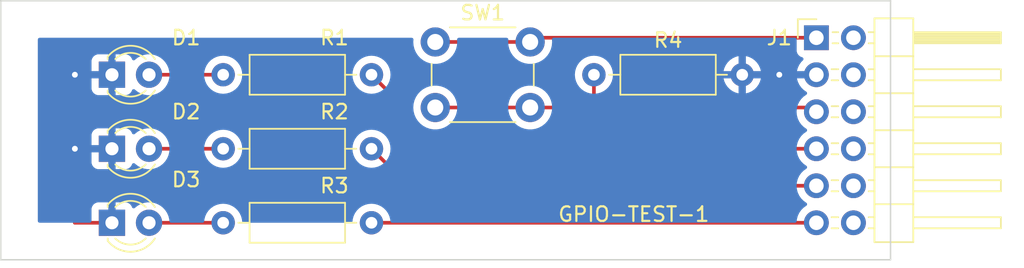
<source format=kicad_pcb>
(kicad_pcb (version 20221018) (generator pcbnew)
  (layers (0 "F.Cu" signal) (31 "B.Cu" signal) (34 "B.Paste" user) (35 "F.Paste" user) (36 "B.SilkS" user "B.Silkscreen") (37 "F.SilkS" user "F.Silkscreen") (38 "B.Mask" user) (39 "F.Mask" user) (44 "Edge.Cuts" user))
  (net 0 "")
  (net 1 "GND")
  (net 2 "Net-(D1-A)")
  (net 3 "Net-(D2-A)")
  (net 4 "Net-(D3-A)")
  (net 5 "Net-(J1-Pin_1)")
  (net 7 "Net-(J1-Pin_9)")
  (net 9 "Net-(J1-Pin_5)")
  (net 11 "Net-(J1-Pin_7)")
  (net 14 "Net-(J1-Pin_11)")
  (footprint "Button_Switch_THT:SW_PUSH_6mm_H4.3mm" (layer "F.Cu") (at 108.51 58.71)
    (fp_text reference "SW1" (at 3.25 -2) (layer "F.SilkS"))
    (fp_text value "SW_Push")
    (fp_line (start -0.25 1.5) (end -0.25 3) (stroke (width 0.12)) (layer "F.SilkS"))
    (fp_line (start 1 5.5) (end 5.5 5.5) (stroke (width 0.12)) (layer "F.SilkS"))
    (fp_line (start 5.5 -1) (end 1 -1) (stroke (width 0.12)) (layer "F.SilkS"))
    (fp_line (start 6.75 3) (end 6.75 1.5) (stroke (width 0.12)) (layer "F.SilkS"))
    (pad "1" thru_hole circle (at 0 0 90) (size 2 2) (drill 1.1) (layers "*.Cu" "*.Mask") (net 5 "Net-(J1-Pin_1)"))
    (pad "1" thru_hole circle (at 6.5 0 90) (size 2 2) (drill 1.1) (layers "*.Cu" "*.Mask") (net 5 "Net-(J1-Pin_1)"))
    (pad "2" thru_hole circle (at 0 4.5 90) (size 2 2) (drill 1.1) (layers "*.Cu" "*.Mask") (net 9 "Net-(J1-Pin_5)"))
    (pad "2" thru_hole circle (at 6.5 4.5 90) (size 2 2) (drill 1.1) (layers "*.Cu" "*.Mask") (net 9 "Net-(J1-Pin_5)"))
  )
  (footprint "Resistor_THT:R_Axial_DIN0207_L6.3mm_D2.5mm_P10.16mm_Horizontal" (layer "F.Cu") (at 104.14 60.96 180)
    (fp_text reference "R1" (at 2.54 2.54) (layer "F.SilkS"))
    (fp_text value "1k")
    (fp_line (start 1.04 0) (end 1.81 0) (stroke (width 0.12)) (layer "F.SilkS"))
    (fp_line (start 1.81 -1.37) (end 1.81 1.37) (stroke (width 0.12)) (layer "F.SilkS"))
    (fp_line (start 1.81 1.37) (end 8.35 1.37) (stroke (width 0.12)) (layer "F.SilkS"))
    (fp_line (start 8.35 -1.37) (end 1.81 -1.37) (stroke (width 0.12)) (layer "F.SilkS"))
    (fp_line (start 8.35 1.37) (end 8.35 -1.37) (stroke (width 0.12)) (layer "F.SilkS"))
    (fp_line (start 9.12 0) (end 8.35 0) (stroke (width 0.12)) (layer "F.SilkS"))
    (pad "1" thru_hole circle (at 0 0 180) (size 1.6 1.6) (drill 0.8) (layers "*.Cu" "*.Mask") (net 11 "Net-(J1-Pin_7)"))
    (pad "2" thru_hole oval (at 10.16 0 180) (size 1.6 1.6) (drill 0.8) (layers "*.Cu" "*.Mask") (net 2 "Net-(D1-A)"))
  )
  (footprint "Resistor_THT:R_Axial_DIN0207_L6.3mm_D2.5mm_P10.16mm_Horizontal" (layer "F.Cu") (at 119.38 60.96)
    (fp_text reference "R4" (at 5.08 -2.37) (layer "F.SilkS"))
    (fp_text value "1k")
    (fp_line (start 1.04 0) (end 1.81 0) (stroke (width 0.12)) (layer "F.SilkS"))
    (fp_line (start 1.81 -1.37) (end 1.81 1.37) (stroke (width 0.12)) (layer "F.SilkS"))
    (fp_line (start 1.81 1.37) (end 8.35 1.37) (stroke (width 0.12)) (layer "F.SilkS"))
    (fp_line (start 8.35 -1.37) (end 1.81 -1.37) (stroke (width 0.12)) (layer "F.SilkS"))
    (fp_line (start 8.35 1.37) (end 8.35 -1.37) (stroke (width 0.12)) (layer "F.SilkS"))
    (fp_line (start 9.12 0) (end 8.35 0) (stroke (width 0.12)) (layer "F.SilkS"))
    (pad "1" thru_hole circle (at 0 0) (size 1.6 1.6) (drill 0.8) (layers "*.Cu" "*.Mask") (net 9 "Net-(J1-Pin_5)"))
    (pad "2" thru_hole oval (at 10.16 0) (size 1.6 1.6) (drill 0.8) (layers "*.Cu" "*.Mask") (net 1 "GND"))
  )
  (footprint "Resistor_THT:R_Axial_DIN0207_L6.3mm_D2.5mm_P10.16mm_Horizontal" (layer "F.Cu") (at 104.14 71.12 180)
    (fp_text reference "R3" (at 2.54 2.54) (layer "F.SilkS"))
    (fp_text value "1k")
    (fp_line (start 1.04 0) (end 1.81 0) (stroke (width 0.12)) (layer "F.SilkS"))
    (fp_line (start 1.81 -1.37) (end 1.81 1.37) (stroke (width 0.12)) (layer "F.SilkS"))
    (fp_line (start 1.81 1.37) (end 8.35 1.37) (stroke (width 0.12)) (layer "F.SilkS"))
    (fp_line (start 8.35 -1.37) (end 1.81 -1.37) (stroke (width 0.12)) (layer "F.SilkS"))
    (fp_line (start 8.35 1.37) (end 8.35 -1.37) (stroke (width 0.12)) (layer "F.SilkS"))
    (fp_line (start 9.12 0) (end 8.35 0) (stroke (width 0.12)) (layer "F.SilkS"))
    (pad "1" thru_hole circle (at 0 0 180) (size 1.6 1.6) (drill 0.8) (layers "*.Cu" "*.Mask") (net 14 "Net-(J1-Pin_11)"))
    (pad "2" thru_hole oval (at 10.16 0 180) (size 1.6 1.6) (drill 0.8) (layers "*.Cu" "*.Mask") (net 4 "Net-(D3-A)"))
  )
  (footprint "Connector_PinHeader_2.54mm:PinHeader_2x06_P2.54mm_Horizontal" (layer "F.Cu") (at 134.62 58.42)
    (fp_text reference "J1" (at -2.54 0) (layer "F.SilkS"))
    (fp_text value "Conn_02x06_Odd_Even")
    (fp_line (start -1.27 -1.27) (end 0 -1.27) (stroke (width 0.12)) (layer "F.SilkS"))
    (fp_line (start -1.27 0) (end -1.27 -1.27) (stroke (width 0.12)) (layer "F.SilkS"))
    (fp_line (start 1.042929 2.16) (end 1.497071 2.16) (stroke (width 0.12)) (layer "F.SilkS"))
    (fp_line (start 1.042929 2.92) (end 1.497071 2.92) (stroke (width 0.12)) (layer "F.SilkS"))
    (fp_line (start 1.042929 4.7) (end 1.497071 4.7) (stroke (width 0.12)) (layer "F.SilkS"))
    (fp_line (start 1.042929 5.46) (end 1.497071 5.46) (stroke (width 0.12)) (layer "F.SilkS"))
    (fp_line (start 1.042929 7.24) (end 1.497071 7.24) (stroke (width 0.12)) (layer "F.SilkS"))
    (fp_line (start 1.042929 8) (end 1.497071 8) (stroke (width 0.12)) (layer "F.SilkS"))
    (fp_line (start 1.042929 9.78) (end 1.497071 9.78) (stroke (width 0.12)) (layer "F.SilkS"))
    (fp_line (start 1.042929 10.54) (end 1.497071 10.54) (stroke (width 0.12)) (layer "F.SilkS"))
    (fp_line (start 1.042929 12.32) (end 1.497071 12.32) (stroke (width 0.12)) (layer "F.SilkS"))
    (fp_line (start 1.042929 13.08) (end 1.497071 13.08) (stroke (width 0.12)) (layer "F.SilkS"))
    (fp_line (start 1.11 -0.38) (end 1.497071 -0.38) (stroke (width 0.12)) (layer "F.SilkS"))
    (fp_line (start 1.11 0.38) (end 1.497071 0.38) (stroke (width 0.12)) (layer "F.SilkS"))
    (fp_line (start 3.582929 -0.38) (end 3.98 -0.38) (stroke (width 0.12)) (layer "F.SilkS"))
    (fp_line (start 3.582929 0.38) (end 3.98 0.38) (stroke (width 0.12)) (layer "F.SilkS"))
    (fp_line (start 3.582929 2.16) (end 3.98 2.16) (stroke (width 0.12)) (layer "F.SilkS"))
    (fp_line (start 3.582929 2.92) (end 3.98 2.92) (stroke (width 0.12)) (layer "F.SilkS"))
    (fp_line (start 3.582929 4.7) (end 3.98 4.7) (stroke (width 0.12)) (layer "F.SilkS"))
    (fp_line (start 3.582929 5.46) (end 3.98 5.46) (stroke (width 0.12)) (layer "F.SilkS"))
    (fp_line (start 3.582929 7.24) (end 3.98 7.24) (stroke (width 0.12)) (layer "F.SilkS"))
    (fp_line (start 3.582929 8) (end 3.98 8) (stroke (width 0.12)) (layer "F.SilkS"))
    (fp_line (start 3.582929 9.78) (end 3.98 9.78) (stroke (width 0.12)) (layer "F.SilkS"))
    (fp_line (start 3.582929 10.54) (end 3.98 10.54) (stroke (width 0.12)) (layer "F.SilkS"))
    (fp_line (start 3.582929 12.32) (end 3.98 12.32) (stroke (width 0.12)) (layer "F.SilkS"))
    (fp_line (start 3.582929 13.08) (end 3.98 13.08) (stroke (width 0.12)) (layer "F.SilkS"))
    (fp_line (start 3.98 -1.33) (end 3.98 14.03) (stroke (width 0.12)) (layer "F.SilkS"))
    (fp_line (start 3.98 1.27) (end 6.64 1.27) (stroke (width 0.12)) (layer "F.SilkS"))
    (fp_line (start 3.98 3.81) (end 6.64 3.81) (stroke (width 0.12)) (layer "F.SilkS"))
    (fp_line (start 3.98 6.35) (end 6.64 6.35) (stroke (width 0.12)) (layer "F.SilkS"))
    (fp_line (start 3.98 8.89) (end 6.64 8.89) (stroke (width 0.12)) (layer "F.SilkS"))
    (fp_line (start 3.98 11.43) (end 6.64 11.43) (stroke (width 0.12)) (layer "F.SilkS"))
    (fp_line (start 3.98 14.03) (end 6.64 14.03) (stroke (width 0.12)) (layer "F.SilkS"))
    (fp_line (start 6.64 -1.33) (end 3.98 -1.33) (stroke (width 0.12)) (layer "F.SilkS"))
    (fp_line (start 6.64 -0.38) (end 12.64 -0.38) (stroke (width 0.12)) (layer "F.SilkS"))
    (fp_line (start 6.64 -0.32) (end 12.64 -0.32) (stroke (width 0.12)) (layer "F.SilkS"))
    (fp_line (start 6.64 -0.2) (end 12.64 -0.2) (stroke (width 0.12)) (layer "F.SilkS"))
    (fp_line (start 6.64 -0.08) (end 12.64 -0.08) (stroke (width 0.12)) (layer "F.SilkS"))
    (fp_line (start 6.64 0.04) (end 12.64 0.04) (stroke (width 0.12)) (layer "F.SilkS"))
    (fp_line (start 6.64 0.16) (end 12.64 0.16) (stroke (width 0.12)) (layer "F.SilkS"))
    (fp_line (start 6.64 0.28) (end 12.64 0.28) (stroke (width 0.12)) (layer "F.SilkS"))
    (fp_line (start 6.64 2.16) (end 12.64 2.16) (stroke (width 0.12)) (layer "F.SilkS"))
    (fp_line (start 6.64 4.7) (end 12.64 4.7) (stroke (width 0.12)) (layer "F.SilkS"))
    (fp_line (start 6.64 7.24) (end 12.64 7.24) (stroke (width 0.12)) (layer "F.SilkS"))
    (fp_line (start 6.64 9.78) (end 12.64 9.78) (stroke (width 0.12)) (layer "F.SilkS"))
    (fp_line (start 6.64 12.32) (end 12.64 12.32) (stroke (width 0.12)) (layer "F.SilkS"))
    (fp_line (start 6.64 14.03) (end 6.64 -1.33) (stroke (width 0.12)) (layer "F.SilkS"))
    (fp_line (start 12.64 -0.38) (end 12.64 0.38) (stroke (width 0.12)) (layer "F.SilkS"))
    (fp_line (start 12.64 0.38) (end 6.64 0.38) (stroke (width 0.12)) (layer "F.SilkS"))
    (fp_line (start 12.64 2.16) (end 12.64 2.92) (stroke (width 0.12)) (layer "F.SilkS"))
    (fp_line (start 12.64 2.92) (end 6.64 2.92) (stroke (width 0.12)) (layer "F.SilkS"))
    (fp_line (start 12.64 4.7) (end 12.64 5.46) (stroke (width 0.12)) (layer "F.SilkS"))
    (fp_line (start 12.64 5.46) (end 6.64 5.46) (stroke (width 0.12)) (layer "F.SilkS"))
    (fp_line (start 12.64 7.24) (end 12.64 8) (stroke (width 0.12)) (layer "F.SilkS"))
    (fp_line (start 12.64 8) (end 6.64 8) (stroke (width 0.12)) (layer "F.SilkS"))
    (fp_line (start 12.64 9.78) (end 12.64 10.54) (stroke (width 0.12)) (layer "F.SilkS"))
    (fp_line (start 12.64 10.54) (end 6.64 10.54) (stroke (width 0.12)) (layer "F.SilkS"))
    (fp_line (start 12.64 12.32) (end 12.64 13.08) (stroke (width 0.12)) (layer "F.SilkS"))
    (fp_line (start 12.64 13.08) (end 6.64 13.08) (stroke (width 0.12)) (layer "F.SilkS"))
    (pad "1" thru_hole rect (at 0 0) (size 1.7 1.7) (drill 1) (layers "*.Cu" "*.Mask") (net 5 "Net-(J1-Pin_1)"))
    (pad "2" thru_hole oval (at 2.54 0) (size 1.7 1.7) (drill 1) (layers "*.Cu" "*.Mask"))
    (pad "3" thru_hole oval (at 0 2.54) (size 1.7 1.7) (drill 1) (layers "*.Cu" "*.Mask") (net 1 "GND"))
    (pad "4" thru_hole oval (at 2.54 2.54) (size 1.7 1.7) (drill 1) (layers "*.Cu" "*.Mask"))
    (pad "5" thru_hole oval (at 0 5.08) (size 1.7 1.7) (drill 1) (layers "*.Cu" "*.Mask") (net 9 "Net-(J1-Pin_5)"))
    (pad "6" thru_hole oval (at 2.54 5.08) (size 1.7 1.7) (drill 1) (layers "*.Cu" "*.Mask"))
    (pad "7" thru_hole oval (at 0 7.62) (size 1.7 1.7) (drill 1) (layers "*.Cu" "*.Mask") (net 11 "Net-(J1-Pin_7)"))
    (pad "8" thru_hole oval (at 2.54 7.62) (size 1.7 1.7) (drill 1) (layers "*.Cu" "*.Mask"))
    (pad "9" thru_hole oval (at 0 10.16) (size 1.7 1.7) (drill 1) (layers "*.Cu" "*.Mask") (net 7 "Net-(J1-Pin_9)"))
    (pad "10" thru_hole oval (at 2.54 10.16) (size 1.7 1.7) (drill 1) (layers "*.Cu" "*.Mask"))
    (pad "11" thru_hole oval (at 0 12.7) (size 1.7 1.7) (drill 1) (layers "*.Cu" "*.Mask") (net 14 "Net-(J1-Pin_11)"))
    (pad "12" thru_hole oval (at 2.54 12.7) (size 1.7 1.7) (drill 1) (layers "*.Cu" "*.Mask"))
  )
  (footprint "Resistor_THT:R_Axial_DIN0207_L6.3mm_D2.5mm_P10.16mm_Horizontal" (layer "F.Cu") (at 104.14 66.04 180)
    (fp_text reference "R2" (at 2.54 2.54) (layer "F.SilkS"))
    (fp_text value "1k")
    (fp_line (start 1.04 0) (end 1.81 0) (stroke (width 0.12)) (layer "F.SilkS"))
    (fp_line (start 1.81 -1.37) (end 1.81 1.37) (stroke (width 0.12)) (layer "F.SilkS"))
    (fp_line (start 1.81 1.37) (end 8.35 1.37) (stroke (width 0.12)) (layer "F.SilkS"))
    (fp_line (start 8.35 -1.37) (end 1.81 -1.37) (stroke (width 0.12)) (layer "F.SilkS"))
    (fp_line (start 8.35 1.37) (end 8.35 -1.37) (stroke (width 0.12)) (layer "F.SilkS"))
    (fp_line (start 9.12 0) (end 8.35 0) (stroke (width 0.12)) (layer "F.SilkS"))
    (pad "1" thru_hole circle (at 0 0 180) (size 1.6 1.6) (drill 0.8) (layers "*.Cu" "*.Mask") (net 7 "Net-(J1-Pin_9)"))
    (pad "2" thru_hole oval (at 10.16 0 180) (size 1.6 1.6) (drill 0.8) (layers "*.Cu" "*.Mask") (net 3 "Net-(D2-A)"))
  )
  (footprint "LED_THT:LED_D3.0mm" (layer "F.Cu") (at 86.36 66.04)
    (fp_text reference "D2" (at 5.08 -2.54) (layer "F.SilkS"))
    (fp_text value "LED")
    (fp_line (start -0.29 -1.236) (end -0.29 -1.08) (stroke (width 0.12)) (layer "F.SilkS"))
    (fp_line (start -0.29 1.08) (end -0.29 1.236) (stroke (width 0.12)) (layer "F.SilkS"))
    (fp_arc (start -0.29 -1.235516) (mid 1.366487 -1.987659) (end 2.942335 -1.078608) (stroke (width 0.12)) (layer "F.SilkS"))
    (fp_arc (start 0.229039 -1.08) (mid 1.270117 -1.5) (end 2.31113 -1.079837) (stroke (width 0.12)) (layer "F.SilkS"))
    (fp_arc (start 2.31113 1.079837) (mid 1.270117 1.5) (end 0.229039 1.08) (stroke (width 0.12)) (layer "F.SilkS"))
    (fp_arc (start 2.942335 1.078608) (mid 1.366487 1.987659) (end -0.29 1.235516) (stroke (width 0.12)) (layer "F.SilkS"))
    (pad "1" thru_hole rect (at 0 0) (size 1.8 1.8) (drill 0.9) (layers "*.Cu" "*.Mask") (net 1 "GND"))
    (pad "2" thru_hole circle (at 2.54 0) (size 1.8 1.8) (drill 0.9) (layers "*.Cu" "*.Mask") (net 3 "Net-(D2-A)"))
  )
  (footprint "LED_THT:LED_D3.0mm" (layer "F.Cu") (at 86.36 71.12)
    (fp_text reference "D3" (at 5.08 -2.96) (layer "F.SilkS"))
    (fp_text value "LED")
    (fp_line (start -0.29 -1.236) (end -0.29 -1.08) (stroke (width 0.12)) (layer "F.SilkS"))
    (fp_line (start -0.29 1.08) (end -0.29 1.236) (stroke (width 0.12)) (layer "F.SilkS"))
    (fp_arc (start -0.29 -1.235516) (mid 1.366487 -1.987659) (end 2.942335 -1.078608) (stroke (width 0.12)) (layer "F.SilkS"))
    (fp_arc (start 0.229039 -1.08) (mid 1.270117 -1.5) (end 2.31113 -1.079837) (stroke (width 0.12)) (layer "F.SilkS"))
    (fp_arc (start 2.31113 1.079837) (mid 1.270117 1.5) (end 0.229039 1.08) (stroke (width 0.12)) (layer "F.SilkS"))
    (fp_arc (start 2.942335 1.078608) (mid 1.366487 1.987659) (end -0.29 1.235516) (stroke (width 0.12)) (layer "F.SilkS"))
    (pad "1" thru_hole rect (at 0 0) (size 1.8 1.8) (drill 0.9) (layers "*.Cu" "*.Mask") (net 1 "GND"))
    (pad "2" thru_hole circle (at 2.54 0) (size 1.8 1.8) (drill 0.9) (layers "*.Cu" "*.Mask") (net 4 "Net-(D3-A)"))
  )
  (footprint "LED_THT:LED_D3.0mm" (layer "F.Cu") (at 86.36 60.96)
    (fp_text reference "D1" (at 5.08 -2.54) (layer "F.SilkS"))
    (fp_text value "LED")
    (fp_line (start -0.29 -1.236) (end -0.29 -1.08) (stroke (width 0.12)) (layer "F.SilkS"))
    (fp_line (start -0.29 1.08) (end -0.29 1.236) (stroke (width 0.12)) (layer "F.SilkS"))
    (fp_arc (start -0.29 -1.235516) (mid 1.366487 -1.987659) (end 2.942335 -1.078608) (stroke (width 0.12)) (layer "F.SilkS"))
    (fp_arc (start 0.229039 -1.08) (mid 1.270117 -1.5) (end 2.31113 -1.079837) (stroke (width 0.12)) (layer "F.SilkS"))
    (fp_arc (start 2.31113 1.079837) (mid 1.270117 1.5) (end 0.229039 1.08) (stroke (width 0.12)) (layer "F.SilkS"))
    (fp_arc (start 2.942335 1.078608) (mid 1.366487 1.987659) (end -0.29 1.235516) (stroke (width 0.12)) (layer "F.SilkS"))
    (pad "1" thru_hole rect (at 0 0) (size 1.8 1.8) (drill 0.9) (layers "*.Cu" "*.Mask") (net 1 "GND"))
    (pad "2" thru_hole circle (at 2.54 0) (size 1.8 1.8) (drill 0.9) (layers "*.Cu" "*.Mask") (net 2 "Net-(D1-A)"))
  )
  (gr_line (start 78.74 55.88) (end 139.7 55.88) (stroke (width 0.1)) (layer "Edge.Cuts"))
  (gr_line (start 78.74 73.66) (end 78.74 55.88) (stroke (width 0.1)) (layer "Edge.Cuts"))
  (gr_line (start 78.74 73.66) (end 139.7 73.66) (stroke (width 0.1)) (layer "Edge.Cuts"))
  (gr_line (start 139.7 73.66) (end 139.7 55.88) (stroke (width 0.1)) (layer "Edge.Cuts"))
  (gr_text "GPIO-TEST-1" (at 116.84 71.12) (layer "F.SilkS") (effects (font (size 1 1)) (justify left bottom)))
  (segment (start 86.36 71.12) (end 83.82 71.12) (width 0.25) (layer "F.Cu") (net 1))
  (segment (start 134.62 60.96) (end 132.08 60.96) (width 0.25) (layer "F.Cu") (net 1))
  (segment (start 86.36 60.96) (end 83.82 60.96) (width 0.25) (layer "F.Cu") (net 1))
  (segment (start 83.82 71.12) (end 83.82 66.04) (width 0.25) (layer "F.Cu") (net 1))
  (segment (start 129.54 60.96) (end 132.08 60.96) (width 0.25) (layer "F.Cu") (net 1))
  (segment (start 83.82 60.96) (end 83.82 66.04) (width 0.25) (layer "F.Cu") (net 1))
  (segment (start 83.82 66.04) (end 86.36 66.04) (width 0.25) (layer "F.Cu") (net 1))
  (via (at 132.08 60.96) (size 0.8) (drill 0.4) (layers "F.Cu" "B.Cu") (net 1))
  (via (at 83.82 66.04) (size 0.8) (drill 0.4) (layers "F.Cu" "B.Cu") (net 1))
  (via (at 83.82 60.96) (size 0.8) (drill 0.4) (layers "F.Cu" "B.Cu") (net 1))
  (segment (start 93.98 60.96) (end 88.9 60.96) (width 0.25) (layer "F.Cu") (net 2))
  (segment (start 93.98 66.04) (end 88.9 66.04) (width 0.25) (layer "F.Cu") (net 3))
  (segment (start 93.98 71.12) (end 88.9 71.12) (width 0.25) (layer "F.Cu") (net 4))
  (segment (start 115.01 58.71) (end 108.51 58.71) (width 0.25) (layer "F.Cu") (net 5))
  (segment (start 134.62 58.42) (end 115.3 58.42) (width 0.25) (layer "F.Cu") (net 5))
  (segment (start 115.3 58.42) (end 115.01 58.71) (width 0.25) (layer "F.Cu") (net 5))
  (segment (start 106.68 68.58) (end 104.14 66.04) (width 0.25) (layer "F.Cu") (net 7))
  (segment (start 134.62 68.58) (end 106.68 68.58) (width 0.25) (layer "F.Cu") (net 7))
  (segment (start 119.38 63.21) (end 134.33 63.21) (width 0.25) (layer "F.Cu") (net 9))
  (segment (start 119.38 60.96) (end 119.38 63.21) (width 0.25) (layer "F.Cu") (net 9))
  (segment (start 115.01 63.21) (end 119.38 63.21) (width 0.25) (layer "F.Cu") (net 9))
  (segment (start 115.01 63.21) (end 108.51 63.21) (width 0.25) (layer "F.Cu") (net 9))
  (segment (start 134.33 63.21) (end 134.62 63.5) (width 0.25) (layer "F.Cu") (net 9))
  (segment (start 115.01 63.21) (end 115.3 63.5) (width 0.25) (layer "F.Cu") (net 9))
  (segment (start 106.68 66.04) (end 134.62 66.04) (width 0.25) (layer "F.Cu") (net 11))
  (segment (start 104.14 60.96) (end 106.68 63.5) (width 0.25) (layer "F.Cu") (net 11))
  (segment (start 106.68 63.5) (end 106.68 66.04) (width 0.25) (layer "F.Cu") (net 11))
  (segment (start 134.62 71.12) (end 104.14 71.12) (width 0.25) (layer "F.Cu") (net 14))
  (zone (net 1) (net_name "GND") (layer "B.Cu") (connect_pads (clearance 0.5)) (min_thickness 0.25) (fill yes (thermal_gap 0.5) (thermal_bridge_width 0.5))
    (polygon (pts (xy 81.28 58.42) (xy 81.28 71.12) (xy 137.16 71.12) (xy 137.16 58.42)))
  )
)
</source>
